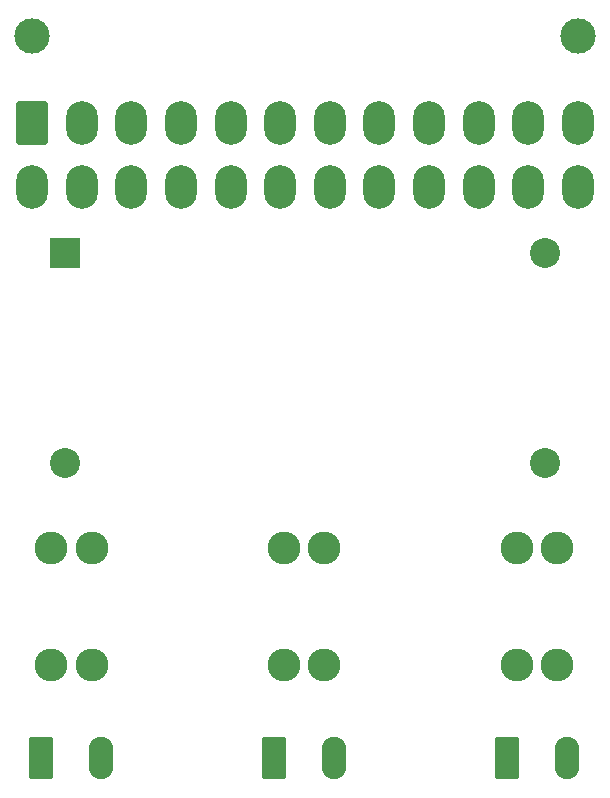
<source format=gbr>
%TF.GenerationSoftware,KiCad,Pcbnew,(6.0.8)*%
%TF.CreationDate,2023-07-04T13:31:15+01:00*%
%TF.ProjectId,DC_Divider_ATX_Unit,44435f44-6976-4696-9465-725f4154585f,rev?*%
%TF.SameCoordinates,Original*%
%TF.FileFunction,Soldermask,Top*%
%TF.FilePolarity,Negative*%
%FSLAX46Y46*%
G04 Gerber Fmt 4.6, Leading zero omitted, Abs format (unit mm)*
G04 Created by KiCad (PCBNEW (6.0.8)) date 2023-07-04 13:31:15*
%MOMM*%
%LPD*%
G01*
G04 APERTURE LIST*
G04 Aperture macros list*
%AMRoundRect*
0 Rectangle with rounded corners*
0 $1 Rounding radius*
0 $2 $3 $4 $5 $6 $7 $8 $9 X,Y pos of 4 corners*
0 Add a 4 corners polygon primitive as box body*
4,1,4,$2,$3,$4,$5,$6,$7,$8,$9,$2,$3,0*
0 Add four circle primitives for the rounded corners*
1,1,$1+$1,$2,$3*
1,1,$1+$1,$4,$5*
1,1,$1+$1,$6,$7*
1,1,$1+$1,$8,$9*
0 Add four rect primitives between the rounded corners*
20,1,$1+$1,$2,$3,$4,$5,0*
20,1,$1+$1,$4,$5,$6,$7,0*
20,1,$1+$1,$6,$7,$8,$9,0*
20,1,$1+$1,$8,$9,$2,$3,0*%
G04 Aperture macros list end*
%ADD10C,2.780000*%
%ADD11RoundRect,0.249999X-0.790001X-1.550001X0.790001X-1.550001X0.790001X1.550001X-0.790001X1.550001X0*%
%ADD12O,2.080000X3.600000*%
%ADD13O,2.700000X3.700000*%
%ADD14RoundRect,0.250001X-1.099999X-1.599999X1.099999X-1.599999X1.099999X1.599999X-1.099999X1.599999X0*%
%ADD15C,3.000000*%
%ADD16C,2.540000*%
%ADD17R,2.540000X2.540000*%
G04 APERTURE END LIST*
D10*
%TO.C,F3*%
X150227000Y-135044875D03*
X153627000Y-135044875D03*
X153627000Y-144964875D03*
X150227000Y-144964875D03*
%TD*%
%TO.C,F2*%
X130507000Y-144964875D03*
X133907000Y-144964875D03*
X133907000Y-135044875D03*
X130507000Y-135044875D03*
%TD*%
%TO.C,F1*%
X110787000Y-135044875D03*
X114187000Y-135044875D03*
X114187000Y-144964875D03*
X110787000Y-144964875D03*
%TD*%
D11*
%TO.C,J4*%
X149387000Y-152813500D03*
D12*
X154467000Y-152813500D03*
%TD*%
D11*
%TO.C,J3*%
X129667000Y-152813500D03*
D12*
X134747000Y-152813500D03*
%TD*%
D13*
%TO.C,J1*%
X155369200Y-104534600D03*
X151169200Y-104534600D03*
X146969200Y-104534600D03*
X142769200Y-104534600D03*
X138569200Y-104534600D03*
X134369200Y-104534600D03*
X130169200Y-104534600D03*
X125969200Y-104534600D03*
X121769200Y-104534600D03*
X117569200Y-104534600D03*
X113369200Y-104534600D03*
X109169200Y-104534600D03*
X155369200Y-99034600D03*
X151169200Y-99034600D03*
X146969200Y-99034600D03*
X142769200Y-99034600D03*
X138569200Y-99034600D03*
X134369200Y-99034600D03*
X130169200Y-99034600D03*
X125969200Y-99034600D03*
X121769200Y-99034600D03*
X117569200Y-99034600D03*
X113369200Y-99034600D03*
D14*
X109169200Y-99034600D03*
D15*
X155369200Y-91734600D03*
X109169200Y-91734600D03*
%TD*%
D16*
%TO.C,U1*%
X152589200Y-110101250D03*
X152589200Y-127881250D03*
X111949200Y-127881250D03*
D17*
X111949200Y-110101250D03*
%TD*%
D11*
%TO.C,J2*%
X109947000Y-152813500D03*
D12*
X115027000Y-152813500D03*
%TD*%
M02*

</source>
